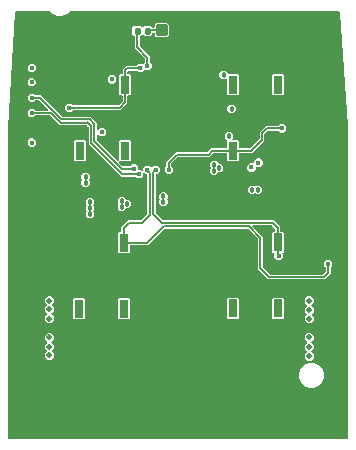
<source format=gbr>
G04 EAGLE Gerber RS-274X export*
G75*
%MOMM*%
%FSLAX34Y34*%
%LPD*%
%INBottom Copper*%
%IPPOS*%
%AMOC8*
5,1,8,0,0,1.08239X$1,22.5*%
G01*
%ADD10R,0.762000X1.524000*%
%ADD11C,0.270000*%
%ADD12C,0.300000*%
%ADD13C,0.457200*%
%ADD14C,0.453200*%
%ADD15C,0.450000*%
%ADD16C,0.503200*%
%ADD17C,0.152400*%

G36*
X290896Y4771D02*
X290896Y4771D01*
X290915Y4769D01*
X291017Y4791D01*
X291119Y4807D01*
X291136Y4817D01*
X291156Y4821D01*
X291245Y4874D01*
X291336Y4923D01*
X291350Y4937D01*
X291367Y4947D01*
X291434Y5026D01*
X291506Y5101D01*
X291514Y5119D01*
X291527Y5134D01*
X291566Y5230D01*
X291609Y5324D01*
X291611Y5344D01*
X291619Y5362D01*
X291637Y5529D01*
X291637Y269887D01*
X291634Y269908D01*
X291635Y269942D01*
X284730Y365636D01*
X284713Y365705D01*
X284706Y365776D01*
X284685Y365824D01*
X284672Y365875D01*
X284657Y365899D01*
X284651Y366221D01*
X284649Y366233D01*
X284651Y366246D01*
X284627Y366354D01*
X284607Y366463D01*
X284601Y366474D01*
X284598Y366486D01*
X284542Y366581D01*
X284488Y366678D01*
X284479Y366686D01*
X284472Y366697D01*
X284388Y366769D01*
X284307Y366844D01*
X284295Y366849D01*
X284285Y366857D01*
X284183Y366898D01*
X284082Y366943D01*
X284069Y366944D01*
X284057Y366949D01*
X283890Y366968D01*
X56155Y366968D01*
X56064Y366953D01*
X55974Y366946D01*
X55944Y366933D01*
X55912Y366928D01*
X55831Y366885D01*
X55747Y366849D01*
X55715Y366824D01*
X55694Y366813D01*
X55672Y366789D01*
X55616Y366745D01*
X53765Y364893D01*
X49869Y363279D01*
X45651Y363279D01*
X41755Y364893D01*
X39904Y366745D01*
X39830Y366798D01*
X39760Y366857D01*
X39730Y366869D01*
X39704Y366888D01*
X39617Y366915D01*
X39532Y366949D01*
X39491Y366954D01*
X39469Y366961D01*
X39437Y366960D01*
X39365Y366968D01*
X11022Y366968D01*
X10903Y366948D01*
X10785Y366930D01*
X10782Y366928D01*
X10779Y366928D01*
X10673Y366871D01*
X10567Y366816D01*
X10565Y366814D01*
X10562Y366813D01*
X10479Y366726D01*
X10396Y366639D01*
X10395Y366637D01*
X10392Y366634D01*
X10342Y366525D01*
X10291Y366417D01*
X10290Y366414D01*
X10289Y366411D01*
X10288Y366400D01*
X10262Y366252D01*
X4364Y267952D01*
X4366Y267934D01*
X4363Y267906D01*
X4363Y5529D01*
X4366Y5509D01*
X4364Y5490D01*
X4386Y5388D01*
X4402Y5286D01*
X4412Y5269D01*
X4416Y5249D01*
X4469Y5160D01*
X4518Y5069D01*
X4532Y5055D01*
X4542Y5038D01*
X4621Y4971D01*
X4696Y4899D01*
X4714Y4891D01*
X4729Y4878D01*
X4825Y4839D01*
X4919Y4796D01*
X4939Y4794D01*
X4957Y4786D01*
X5124Y4768D01*
X290876Y4768D01*
X290896Y4771D01*
G37*
%LPC*%
G36*
X224036Y140074D02*
X224036Y140074D01*
X222622Y141487D01*
X222622Y141488D01*
X215450Y148660D01*
X215450Y174228D01*
X215435Y174318D01*
X215428Y174409D01*
X215415Y174439D01*
X215410Y174471D01*
X215367Y174552D01*
X215331Y174635D01*
X215306Y174668D01*
X215295Y174688D01*
X215271Y174710D01*
X215227Y174766D01*
X207043Y182950D01*
X206969Y183003D01*
X206899Y183063D01*
X206869Y183075D01*
X206843Y183094D01*
X206756Y183121D01*
X206671Y183155D01*
X206630Y183159D01*
X206608Y183166D01*
X206576Y183165D01*
X206504Y183173D01*
X137016Y183173D01*
X136926Y183159D01*
X136835Y183151D01*
X136805Y183139D01*
X136773Y183134D01*
X136692Y183091D01*
X136608Y183055D01*
X136576Y183029D01*
X136555Y183018D01*
X136533Y182995D01*
X136477Y182950D01*
X122684Y169157D01*
X107884Y169157D01*
X107864Y169154D01*
X107845Y169156D01*
X107743Y169134D01*
X107641Y169118D01*
X107624Y169108D01*
X107604Y169104D01*
X107515Y169051D01*
X107424Y169002D01*
X107410Y168988D01*
X107393Y168978D01*
X107326Y168899D01*
X107254Y168824D01*
X107246Y168806D01*
X107233Y168791D01*
X107194Y168695D01*
X107151Y168601D01*
X107149Y168581D01*
X107141Y168563D01*
X107123Y168396D01*
X107123Y163044D01*
X106378Y162299D01*
X97706Y162299D01*
X96961Y163044D01*
X96961Y179336D01*
X97706Y180081D01*
X99248Y180081D01*
X99268Y180084D01*
X99287Y180082D01*
X99389Y180104D01*
X99491Y180120D01*
X99508Y180130D01*
X99528Y180134D01*
X99617Y180187D01*
X99708Y180236D01*
X99722Y180250D01*
X99739Y180260D01*
X99806Y180339D01*
X99878Y180414D01*
X99886Y180432D01*
X99899Y180447D01*
X99938Y180543D01*
X99981Y180637D01*
X99983Y180657D01*
X99991Y180675D01*
X100009Y180842D01*
X100009Y184884D01*
X105158Y190033D01*
X115843Y190033D01*
X115933Y190047D01*
X116024Y190055D01*
X116053Y190067D01*
X116085Y190072D01*
X116166Y190115D01*
X116250Y190151D01*
X116282Y190177D01*
X116303Y190188D01*
X116325Y190211D01*
X116381Y190256D01*
X121744Y195619D01*
X121797Y195693D01*
X121857Y195762D01*
X121869Y195793D01*
X121888Y195819D01*
X121915Y195906D01*
X121949Y195991D01*
X121953Y196032D01*
X121960Y196054D01*
X121959Y196086D01*
X121967Y196157D01*
X121967Y228718D01*
X121964Y228738D01*
X121966Y228757D01*
X121944Y228859D01*
X121928Y228961D01*
X121918Y228978D01*
X121914Y228998D01*
X121861Y229087D01*
X121812Y229178D01*
X121798Y229192D01*
X121788Y229209D01*
X121709Y229276D01*
X121634Y229348D01*
X121616Y229356D01*
X121601Y229369D01*
X121505Y229408D01*
X121411Y229451D01*
X121391Y229453D01*
X121373Y229461D01*
X121206Y229479D01*
X120542Y229479D01*
X119501Y230520D01*
X119443Y230562D01*
X119391Y230611D01*
X119343Y230633D01*
X119301Y230664D01*
X119233Y230685D01*
X119167Y230715D01*
X119116Y230721D01*
X119066Y230736D01*
X118994Y230734D01*
X118923Y230742D01*
X118872Y230731D01*
X118820Y230730D01*
X118753Y230705D01*
X118683Y230690D01*
X118638Y230663D01*
X118589Y230645D01*
X118533Y230600D01*
X118472Y230564D01*
X118438Y230524D01*
X118397Y230492D01*
X118358Y230431D01*
X118312Y230377D01*
X118292Y230328D01*
X118264Y230285D01*
X118246Y230215D01*
X118220Y230149D01*
X118212Y230077D01*
X118204Y230046D01*
X118206Y230023D01*
X118201Y229982D01*
X118201Y227778D01*
X116139Y225716D01*
X113222Y225716D01*
X111987Y226950D01*
X111913Y227003D01*
X111844Y227063D01*
X111814Y227075D01*
X111788Y227094D01*
X111701Y227121D01*
X111616Y227155D01*
X111575Y227159D01*
X111553Y227166D01*
X111520Y227165D01*
X111449Y227173D01*
X100001Y227173D01*
X72173Y255001D01*
X72173Y268843D01*
X72159Y268933D01*
X72151Y269024D01*
X72139Y269053D01*
X72134Y269085D01*
X72091Y269166D01*
X72055Y269250D01*
X72029Y269282D01*
X72018Y269303D01*
X71995Y269325D01*
X71950Y269381D01*
X70984Y270347D01*
X70910Y270400D01*
X70841Y270460D01*
X70810Y270472D01*
X70784Y270491D01*
X70697Y270518D01*
X70612Y270552D01*
X70571Y270556D01*
X70549Y270563D01*
X70517Y270562D01*
X70446Y270570D01*
X47604Y270570D01*
X39405Y278769D01*
X39331Y278822D01*
X39262Y278881D01*
X39232Y278893D01*
X39206Y278912D01*
X39119Y278939D01*
X39034Y278973D01*
X38993Y278978D01*
X38970Y278985D01*
X38938Y278984D01*
X38867Y278992D01*
X27286Y278992D01*
X27196Y278977D01*
X27105Y278970D01*
X27075Y278957D01*
X27043Y278952D01*
X26963Y278909D01*
X26879Y278873D01*
X26846Y278848D01*
X26826Y278837D01*
X26804Y278813D01*
X26748Y278769D01*
X25458Y277479D01*
X22542Y277479D01*
X20479Y279542D01*
X20479Y282458D01*
X22542Y284521D01*
X25458Y284521D01*
X26699Y283280D01*
X26773Y283227D01*
X26842Y283167D01*
X26873Y283155D01*
X26899Y283136D01*
X26986Y283110D01*
X27071Y283076D01*
X27112Y283071D01*
X27134Y283064D01*
X27166Y283065D01*
X27237Y283057D01*
X37230Y283057D01*
X37301Y283069D01*
X37373Y283070D01*
X37422Y283088D01*
X37473Y283097D01*
X37537Y283130D01*
X37604Y283155D01*
X37645Y283187D01*
X37691Y283212D01*
X37740Y283264D01*
X37796Y283309D01*
X37824Y283352D01*
X37860Y283390D01*
X37890Y283455D01*
X37929Y283516D01*
X37942Y283566D01*
X37964Y283613D01*
X37971Y283685D01*
X37989Y283754D01*
X37985Y283806D01*
X37991Y283858D01*
X37975Y283928D01*
X37970Y283999D01*
X37949Y284047D01*
X37938Y284098D01*
X37902Y284160D01*
X37874Y284226D01*
X37829Y284282D01*
X37812Y284309D01*
X37794Y284324D01*
X37769Y284357D01*
X30381Y291744D01*
X30307Y291797D01*
X30238Y291857D01*
X30207Y291869D01*
X30181Y291888D01*
X30094Y291915D01*
X30009Y291949D01*
X29968Y291953D01*
X29946Y291960D01*
X29914Y291959D01*
X29843Y291967D01*
X27262Y291967D01*
X27172Y291953D01*
X27081Y291945D01*
X27051Y291933D01*
X27019Y291928D01*
X26938Y291885D01*
X26854Y291849D01*
X26822Y291823D01*
X26802Y291812D01*
X26779Y291789D01*
X26723Y291744D01*
X25458Y290479D01*
X22542Y290479D01*
X20479Y292542D01*
X20479Y295458D01*
X22542Y297521D01*
X25458Y297521D01*
X26723Y296256D01*
X26797Y296203D01*
X26867Y296143D01*
X26897Y296131D01*
X26923Y296112D01*
X27010Y296085D01*
X27095Y296051D01*
X27136Y296047D01*
X27158Y296040D01*
X27190Y296041D01*
X27262Y296033D01*
X31842Y296033D01*
X49619Y278256D01*
X49693Y278203D01*
X49762Y278143D01*
X49793Y278131D01*
X49819Y278112D01*
X49906Y278085D01*
X49991Y278051D01*
X50032Y278047D01*
X50054Y278040D01*
X50086Y278041D01*
X50157Y278033D01*
X73842Y278033D01*
X79033Y272842D01*
X79033Y267308D01*
X79044Y267237D01*
X79046Y267165D01*
X79064Y267116D01*
X79072Y267065D01*
X79106Y267002D01*
X79131Y266934D01*
X79163Y266894D01*
X79188Y266848D01*
X79240Y266798D01*
X79284Y266742D01*
X79328Y266714D01*
X79366Y266678D01*
X79431Y266648D01*
X79491Y266609D01*
X79542Y266597D01*
X79589Y266575D01*
X79660Y266567D01*
X79730Y266549D01*
X79782Y266553D01*
X79833Y266548D01*
X79904Y266563D01*
X79975Y266568D01*
X80023Y266589D01*
X80074Y266600D01*
X80135Y266637D01*
X80201Y266665D01*
X80257Y266710D01*
X80285Y266726D01*
X80300Y266744D01*
X80332Y266770D01*
X81984Y268421D01*
X84914Y268421D01*
X86985Y266349D01*
X86985Y263419D01*
X84914Y261348D01*
X81984Y261348D01*
X80332Y262999D01*
X80274Y263041D01*
X80222Y263090D01*
X80175Y263112D01*
X80133Y263142D01*
X80064Y263164D01*
X79999Y263194D01*
X79947Y263200D01*
X79897Y263215D01*
X79826Y263213D01*
X79755Y263221D01*
X79704Y263210D01*
X79652Y263208D01*
X79584Y263184D01*
X79514Y263169D01*
X79469Y263142D01*
X79421Y263124D01*
X79365Y263079D01*
X79303Y263042D01*
X79269Y263003D01*
X79229Y262970D01*
X79190Y262910D01*
X79143Y262856D01*
X79124Y262807D01*
X79096Y262763D01*
X79078Y262694D01*
X79051Y262627D01*
X79043Y262556D01*
X79035Y262525D01*
X79037Y262502D01*
X79033Y262461D01*
X79033Y258157D01*
X79047Y258067D01*
X79055Y257976D01*
X79067Y257947D01*
X79072Y257915D01*
X79115Y257834D01*
X79151Y257750D01*
X79177Y257718D01*
X79188Y257697D01*
X79211Y257675D01*
X79256Y257619D01*
X96662Y240213D01*
X96720Y240171D01*
X96772Y240122D01*
X96792Y240113D01*
X96801Y240104D01*
X96828Y240094D01*
X96861Y240069D01*
X96930Y240048D01*
X96995Y240018D01*
X97023Y240015D01*
X97029Y240012D01*
X97056Y240009D01*
X97097Y239997D01*
X97155Y239999D01*
X97196Y239994D01*
X97200Y239994D01*
X97205Y239995D01*
X97239Y239991D01*
X97290Y240002D01*
X97342Y240003D01*
X97410Y240028D01*
X97415Y240029D01*
X97443Y240034D01*
X97448Y240036D01*
X97480Y240043D01*
X97525Y240070D01*
X97573Y240088D01*
X97629Y240132D01*
X97660Y240149D01*
X97665Y240154D01*
X97691Y240169D01*
X97725Y240209D01*
X97765Y240242D01*
X97802Y240298D01*
X97830Y240327D01*
X97834Y240337D01*
X97851Y240356D01*
X97870Y240405D01*
X97898Y240449D01*
X97913Y240508D01*
X97933Y240550D01*
X97935Y240565D01*
X97943Y240585D01*
X97951Y240656D01*
X97959Y240687D01*
X97957Y240710D01*
X97961Y240751D01*
X97961Y257205D01*
X98706Y257950D01*
X107378Y257950D01*
X108123Y257205D01*
X108123Y240913D01*
X107378Y240168D01*
X98544Y240168D01*
X98474Y240157D01*
X98402Y240155D01*
X98353Y240137D01*
X98302Y240129D01*
X98238Y240095D01*
X98171Y240070D01*
X98130Y240038D01*
X98084Y240013D01*
X98035Y239961D01*
X97979Y239917D01*
X97951Y239873D01*
X97915Y239835D01*
X97885Y239770D01*
X97846Y239710D01*
X97833Y239659D01*
X97811Y239612D01*
X97803Y239541D01*
X97786Y239471D01*
X97790Y239419D01*
X97784Y239368D01*
X97799Y239297D01*
X97805Y239226D01*
X97825Y239178D01*
X97836Y239127D01*
X97873Y239066D01*
X97901Y239000D01*
X97946Y238944D01*
X97962Y238916D01*
X97980Y238901D01*
X98006Y238869D01*
X100702Y236173D01*
X100776Y236119D01*
X100846Y236060D01*
X100876Y236048D01*
X100902Y236029D01*
X100989Y236002D01*
X101074Y235968D01*
X101115Y235964D01*
X101137Y235957D01*
X101169Y235957D01*
X101240Y235950D01*
X107258Y235950D01*
X107348Y235964D01*
X107439Y235971D01*
X107468Y235984D01*
X107500Y235989D01*
X107581Y236032D01*
X107665Y236068D01*
X107697Y236093D01*
X107718Y236104D01*
X107740Y236128D01*
X107796Y236173D01*
X109061Y237438D01*
X111978Y237438D01*
X114040Y235375D01*
X114040Y233518D01*
X114043Y233499D01*
X114041Y233479D01*
X114063Y233378D01*
X114080Y233276D01*
X114089Y233258D01*
X114093Y233238D01*
X114146Y233149D01*
X114195Y233058D01*
X114209Y233044D01*
X114219Y233027D01*
X114298Y232960D01*
X114373Y232889D01*
X114391Y232880D01*
X114406Y232867D01*
X114503Y232829D01*
X114596Y232785D01*
X114616Y232783D01*
X114634Y232776D01*
X114801Y232757D01*
X116139Y232757D01*
X117180Y231716D01*
X117238Y231674D01*
X117290Y231625D01*
X117337Y231603D01*
X117379Y231573D01*
X117448Y231551D01*
X117513Y231521D01*
X117565Y231516D01*
X117615Y231500D01*
X117686Y231502D01*
X117757Y231494D01*
X117808Y231505D01*
X117860Y231507D01*
X117928Y231531D01*
X117998Y231546D01*
X118043Y231573D01*
X118091Y231591D01*
X118147Y231636D01*
X118209Y231673D01*
X118243Y231712D01*
X118283Y231745D01*
X118322Y231805D01*
X118369Y231860D01*
X118388Y231908D01*
X118416Y231952D01*
X118434Y232021D01*
X118461Y232088D01*
X118469Y232159D01*
X118477Y232190D01*
X118475Y232213D01*
X118479Y232254D01*
X118479Y234458D01*
X120542Y236521D01*
X123458Y236521D01*
X124962Y235017D01*
X124978Y235006D01*
X124990Y234990D01*
X125078Y234934D01*
X125161Y234874D01*
X125180Y234868D01*
X125197Y234857D01*
X125298Y234832D01*
X125397Y234801D01*
X125416Y234802D01*
X125436Y234797D01*
X125539Y234805D01*
X125642Y234808D01*
X125661Y234815D01*
X125681Y234816D01*
X125776Y234857D01*
X125873Y234892D01*
X125889Y234905D01*
X125907Y234913D01*
X126038Y235017D01*
X127542Y236521D01*
X130458Y236521D01*
X132521Y234458D01*
X132521Y231542D01*
X130458Y229479D01*
X129794Y229479D01*
X129774Y229476D01*
X129755Y229478D01*
X129653Y229456D01*
X129551Y229440D01*
X129534Y229430D01*
X129514Y229426D01*
X129425Y229373D01*
X129334Y229324D01*
X129320Y229310D01*
X129303Y229300D01*
X129236Y229221D01*
X129164Y229146D01*
X129156Y229128D01*
X129143Y229113D01*
X129104Y229017D01*
X129061Y228923D01*
X129059Y228903D01*
X129051Y228885D01*
X129033Y228718D01*
X129033Y196527D01*
X129047Y196437D01*
X129055Y196346D01*
X129067Y196317D01*
X129072Y196285D01*
X129115Y196204D01*
X129151Y196120D01*
X129177Y196088D01*
X129188Y196067D01*
X129211Y196045D01*
X129256Y195989D01*
X134989Y190256D01*
X135063Y190203D01*
X135132Y190143D01*
X135163Y190131D01*
X135189Y190112D01*
X135276Y190085D01*
X135361Y190051D01*
X135402Y190047D01*
X135424Y190040D01*
X135456Y190041D01*
X135527Y190033D01*
X228842Y190033D01*
X234329Y184546D01*
X234329Y181170D01*
X234332Y181150D01*
X234330Y181131D01*
X234352Y181029D01*
X234368Y180927D01*
X234378Y180910D01*
X234382Y180890D01*
X234435Y180801D01*
X234484Y180710D01*
X234498Y180696D01*
X234508Y180679D01*
X234587Y180612D01*
X234662Y180540D01*
X234680Y180532D01*
X234695Y180519D01*
X234791Y180480D01*
X234885Y180437D01*
X234905Y180435D01*
X234923Y180427D01*
X235090Y180409D01*
X236632Y180409D01*
X237377Y179664D01*
X237377Y163372D01*
X236530Y162525D01*
X236519Y162509D01*
X236503Y162497D01*
X236447Y162409D01*
X236387Y162326D01*
X236381Y162307D01*
X236370Y162290D01*
X236345Y162189D01*
X236314Y162090D01*
X236315Y162071D01*
X236310Y162051D01*
X236318Y161948D01*
X236321Y161845D01*
X236328Y161826D01*
X236329Y161806D01*
X236370Y161711D01*
X236405Y161614D01*
X236418Y161598D01*
X236426Y161580D01*
X236521Y161461D01*
X236521Y158542D01*
X234458Y156479D01*
X231542Y156479D01*
X229479Y158542D01*
X229479Y161509D01*
X229492Y161527D01*
X229513Y161596D01*
X229544Y161661D01*
X229549Y161713D01*
X229565Y161762D01*
X229563Y161834D01*
X229571Y161905D01*
X229560Y161956D01*
X229558Y162008D01*
X229534Y162076D01*
X229518Y162146D01*
X229492Y162190D01*
X229474Y162239D01*
X229429Y162295D01*
X229392Y162357D01*
X229353Y162391D01*
X229320Y162431D01*
X229260Y162470D01*
X229205Y162517D01*
X229157Y162536D01*
X229113Y162564D01*
X229044Y162582D01*
X228977Y162609D01*
X228906Y162617D01*
X228875Y162625D01*
X228851Y162623D01*
X228810Y162627D01*
X227960Y162627D01*
X227215Y163372D01*
X227215Y179664D01*
X227960Y180409D01*
X229502Y180409D01*
X229522Y180412D01*
X229541Y180410D01*
X229643Y180432D01*
X229745Y180448D01*
X229762Y180458D01*
X229782Y180462D01*
X229871Y180515D01*
X229962Y180564D01*
X229976Y180578D01*
X229993Y180588D01*
X230060Y180667D01*
X230132Y180742D01*
X230140Y180760D01*
X230153Y180775D01*
X230192Y180871D01*
X230235Y180965D01*
X230237Y180985D01*
X230245Y181003D01*
X230263Y181170D01*
X230263Y182547D01*
X230249Y182637D01*
X230241Y182728D01*
X230229Y182757D01*
X230224Y182789D01*
X230181Y182870D01*
X230145Y182954D01*
X230119Y182986D01*
X230108Y183007D01*
X230085Y183029D01*
X230040Y183085D01*
X227381Y185744D01*
X227307Y185797D01*
X227238Y185857D01*
X227207Y185869D01*
X227181Y185888D01*
X227094Y185915D01*
X227009Y185949D01*
X226968Y185953D01*
X226946Y185960D01*
X226914Y185959D01*
X226843Y185967D01*
X211613Y185967D01*
X211542Y185956D01*
X211471Y185954D01*
X211422Y185936D01*
X211370Y185928D01*
X211307Y185894D01*
X211240Y185869D01*
X211199Y185837D01*
X211153Y185812D01*
X211104Y185760D01*
X211048Y185716D01*
X211019Y185672D01*
X210984Y185634D01*
X210953Y185569D01*
X210915Y185509D01*
X210902Y185458D01*
X210880Y185411D01*
X210872Y185340D01*
X210854Y185270D01*
X210859Y185218D01*
X210853Y185167D01*
X210868Y185096D01*
X210874Y185025D01*
X210894Y184977D01*
X210905Y184926D01*
X210942Y184865D01*
X210970Y184799D01*
X211015Y184743D01*
X211031Y184715D01*
X211049Y184700D01*
X211050Y184699D01*
X211053Y184693D01*
X211057Y184690D01*
X211075Y184668D01*
X219515Y176227D01*
X219515Y150659D01*
X219530Y150569D01*
X219537Y150478D01*
X219550Y150449D01*
X219555Y150417D01*
X219597Y150336D01*
X219633Y150252D01*
X219659Y150220D01*
X219670Y150199D01*
X219693Y150177D01*
X219738Y150121D01*
X225497Y144362D01*
X225571Y144309D01*
X225640Y144250D01*
X225670Y144238D01*
X225697Y144219D01*
X225784Y144192D01*
X225868Y144158D01*
X225909Y144153D01*
X225932Y144146D01*
X225964Y144147D01*
X226035Y144139D01*
X270254Y144139D01*
X270344Y144154D01*
X270435Y144161D01*
X270465Y144174D01*
X270497Y144179D01*
X270578Y144222D01*
X270662Y144257D01*
X270694Y144283D01*
X270714Y144294D01*
X270737Y144318D01*
X270793Y144362D01*
X272744Y146314D01*
X272797Y146388D01*
X272857Y146457D01*
X272869Y146488D01*
X272888Y146514D01*
X272915Y146601D01*
X272949Y146686D01*
X272953Y146727D01*
X272960Y146749D01*
X272959Y146781D01*
X272967Y146852D01*
X272967Y149738D01*
X272953Y149828D01*
X272945Y149919D01*
X272933Y149949D01*
X272928Y149981D01*
X272885Y150062D01*
X272849Y150146D01*
X272823Y150178D01*
X272812Y150198D01*
X272789Y150221D01*
X272744Y150277D01*
X271479Y151542D01*
X271479Y154458D01*
X273542Y156521D01*
X276458Y156521D01*
X278521Y154458D01*
X278521Y151542D01*
X277256Y150277D01*
X277203Y150203D01*
X277143Y150133D01*
X277131Y150103D01*
X277112Y150077D01*
X277085Y149990D01*
X277051Y149905D01*
X277047Y149864D01*
X277040Y149842D01*
X277041Y149810D01*
X277033Y149738D01*
X277033Y144853D01*
X272254Y140074D01*
X224036Y140074D01*
G37*
%LPD*%
%LPC*%
G36*
X54546Y281972D02*
X54546Y281972D01*
X52484Y284034D01*
X52484Y286951D01*
X54546Y289013D01*
X57463Y289013D01*
X58728Y287748D01*
X58802Y287695D01*
X58872Y287635D01*
X58902Y287623D01*
X58928Y287605D01*
X59015Y287578D01*
X59100Y287544D01*
X59141Y287539D01*
X59163Y287532D01*
X59195Y287533D01*
X59266Y287525D01*
X97335Y287525D01*
X97425Y287540D01*
X97516Y287547D01*
X97546Y287560D01*
X97578Y287565D01*
X97658Y287608D01*
X97742Y287643D01*
X97774Y287669D01*
X97795Y287680D01*
X97817Y287703D01*
X97873Y287748D01*
X100786Y290661D01*
X100839Y290735D01*
X100899Y290804D01*
X100911Y290835D01*
X100930Y290861D01*
X100957Y290948D01*
X100991Y291033D01*
X100995Y291074D01*
X101002Y291096D01*
X101001Y291128D01*
X101009Y291199D01*
X101009Y295287D01*
X101006Y295307D01*
X101008Y295326D01*
X100986Y295428D01*
X100970Y295530D01*
X100960Y295547D01*
X100956Y295567D01*
X100903Y295656D01*
X100854Y295747D01*
X100840Y295761D01*
X100830Y295778D01*
X100751Y295845D01*
X100676Y295917D01*
X100658Y295925D01*
X100643Y295938D01*
X100547Y295977D01*
X100453Y296020D01*
X100433Y296022D01*
X100415Y296030D01*
X100248Y296048D01*
X98706Y296048D01*
X97961Y296793D01*
X97961Y313085D01*
X98706Y313830D01*
X100248Y313830D01*
X100268Y313833D01*
X100287Y313831D01*
X100389Y313853D01*
X100491Y313869D01*
X100508Y313879D01*
X100528Y313883D01*
X100617Y313936D01*
X100708Y313985D01*
X100722Y313999D01*
X100739Y314009D01*
X100806Y314088D01*
X100878Y314163D01*
X100886Y314181D01*
X100899Y314196D01*
X100938Y314292D01*
X100981Y314386D01*
X100983Y314406D01*
X100991Y314424D01*
X101009Y314591D01*
X101009Y317884D01*
X104158Y321033D01*
X112738Y321033D01*
X112828Y321047D01*
X112919Y321055D01*
X112949Y321067D01*
X112981Y321072D01*
X113062Y321115D01*
X113146Y321151D01*
X113178Y321177D01*
X113198Y321188D01*
X113221Y321211D01*
X113277Y321256D01*
X114542Y322521D01*
X117458Y322521D01*
X117462Y322517D01*
X117478Y322506D01*
X117490Y322490D01*
X117578Y322434D01*
X117661Y322374D01*
X117680Y322368D01*
X117697Y322357D01*
X117798Y322332D01*
X117897Y322301D01*
X117916Y322302D01*
X117936Y322297D01*
X118039Y322305D01*
X118142Y322308D01*
X118161Y322315D01*
X118181Y322316D01*
X118276Y322357D01*
X118373Y322392D01*
X118389Y322405D01*
X118407Y322413D01*
X118538Y322517D01*
X119744Y323723D01*
X119797Y323797D01*
X119857Y323867D01*
X119869Y323897D01*
X119888Y323923D01*
X119915Y324010D01*
X119949Y324095D01*
X119953Y324136D01*
X119960Y324158D01*
X119959Y324190D01*
X119967Y324262D01*
X119967Y326843D01*
X119953Y326933D01*
X119945Y327024D01*
X119933Y327053D01*
X119928Y327085D01*
X119885Y327166D01*
X119849Y327250D01*
X119823Y327282D01*
X119812Y327303D01*
X119789Y327325D01*
X119744Y327381D01*
X111235Y335890D01*
X111235Y345759D01*
X111221Y345849D01*
X111213Y345940D01*
X111201Y345970D01*
X111196Y346002D01*
X111153Y346083D01*
X111117Y346167D01*
X111091Y346199D01*
X111080Y346219D01*
X111057Y346241D01*
X111012Y346297D01*
X109297Y348012D01*
X109297Y353484D01*
X110832Y355019D01*
X115704Y355019D01*
X117050Y353673D01*
X117066Y353661D01*
X117078Y353645D01*
X117166Y353589D01*
X117249Y353529D01*
X117268Y353523D01*
X117285Y353512D01*
X117386Y353487D01*
X117485Y353457D01*
X117504Y353457D01*
X117524Y353452D01*
X117627Y353460D01*
X117730Y353463D01*
X117749Y353470D01*
X117769Y353471D01*
X117864Y353512D01*
X117961Y353547D01*
X117977Y353560D01*
X117995Y353568D01*
X118126Y353673D01*
X119472Y355019D01*
X124344Y355019D01*
X125851Y353512D01*
X125925Y353459D01*
X125994Y353399D01*
X126024Y353387D01*
X126050Y353368D01*
X126137Y353341D01*
X126222Y353307D01*
X126263Y353303D01*
X126285Y353296D01*
X126318Y353297D01*
X126389Y353289D01*
X127294Y353289D01*
X127314Y353292D01*
X127333Y353290D01*
X127435Y353312D01*
X127537Y353328D01*
X127554Y353338D01*
X127574Y353342D01*
X127663Y353395D01*
X127754Y353444D01*
X127768Y353458D01*
X127785Y353468D01*
X127852Y353547D01*
X127924Y353622D01*
X127932Y353640D01*
X127945Y353655D01*
X127984Y353751D01*
X128027Y353845D01*
X128029Y353865D01*
X128037Y353883D01*
X128055Y354050D01*
X128055Y355904D01*
X129678Y357527D01*
X138974Y357527D01*
X140597Y355904D01*
X140597Y346608D01*
X138974Y344985D01*
X129678Y344985D01*
X128055Y346608D01*
X128055Y348462D01*
X128052Y348482D01*
X128054Y348501D01*
X128032Y348603D01*
X128016Y348705D01*
X128006Y348722D01*
X128002Y348742D01*
X127949Y348831D01*
X127900Y348922D01*
X127886Y348936D01*
X127876Y348953D01*
X127797Y349020D01*
X127722Y349092D01*
X127704Y349100D01*
X127689Y349113D01*
X127593Y349152D01*
X127499Y349195D01*
X127479Y349197D01*
X127461Y349205D01*
X127294Y349223D01*
X126640Y349223D01*
X126620Y349220D01*
X126601Y349222D01*
X126499Y349200D01*
X126397Y349184D01*
X126380Y349174D01*
X126360Y349170D01*
X126271Y349117D01*
X126180Y349068D01*
X126166Y349054D01*
X126149Y349044D01*
X126082Y348965D01*
X126010Y348890D01*
X126002Y348872D01*
X125989Y348857D01*
X125950Y348761D01*
X125907Y348667D01*
X125905Y348647D01*
X125897Y348629D01*
X125879Y348462D01*
X125879Y348012D01*
X124344Y346477D01*
X119472Y346477D01*
X118126Y347823D01*
X118110Y347835D01*
X118098Y347851D01*
X118010Y347907D01*
X117927Y347967D01*
X117908Y347973D01*
X117891Y347984D01*
X117790Y348009D01*
X117691Y348039D01*
X117672Y348039D01*
X117652Y348044D01*
X117549Y348036D01*
X117446Y348033D01*
X117427Y348026D01*
X117407Y348025D01*
X117312Y347984D01*
X117215Y347949D01*
X117199Y347936D01*
X117181Y347928D01*
X117050Y347823D01*
X115524Y346297D01*
X115471Y346223D01*
X115411Y346154D01*
X115399Y346124D01*
X115380Y346098D01*
X115353Y346011D01*
X115319Y345926D01*
X115315Y345885D01*
X115308Y345863D01*
X115309Y345830D01*
X115301Y345759D01*
X115301Y337889D01*
X115315Y337799D01*
X115323Y337708D01*
X115335Y337679D01*
X115340Y337647D01*
X115383Y337566D01*
X115419Y337482D01*
X115445Y337450D01*
X115456Y337429D01*
X115479Y337407D01*
X115524Y337351D01*
X124033Y328842D01*
X124033Y324262D01*
X124047Y324172D01*
X124055Y324081D01*
X124067Y324051D01*
X124072Y324019D01*
X124115Y323938D01*
X124151Y323854D01*
X124177Y323822D01*
X124188Y323802D01*
X124211Y323779D01*
X124256Y323723D01*
X125521Y322458D01*
X125521Y319542D01*
X123458Y317479D01*
X120542Y317479D01*
X120538Y317483D01*
X120522Y317494D01*
X120510Y317510D01*
X120423Y317566D01*
X120339Y317626D01*
X120320Y317632D01*
X120303Y317643D01*
X120202Y317668D01*
X120104Y317699D01*
X120084Y317698D01*
X120064Y317703D01*
X119961Y317695D01*
X119858Y317692D01*
X119839Y317685D01*
X119819Y317684D01*
X119724Y317643D01*
X119627Y317608D01*
X119611Y317595D01*
X119593Y317587D01*
X119462Y317483D01*
X117458Y315479D01*
X114542Y315479D01*
X113277Y316744D01*
X113203Y316797D01*
X113133Y316857D01*
X113103Y316869D01*
X113077Y316888D01*
X112990Y316915D01*
X112905Y316949D01*
X112864Y316953D01*
X112842Y316960D01*
X112810Y316959D01*
X112738Y316967D01*
X106157Y316967D01*
X106067Y316953D01*
X105976Y316945D01*
X105947Y316933D01*
X105915Y316928D01*
X105834Y316885D01*
X105750Y316849D01*
X105718Y316823D01*
X105697Y316812D01*
X105675Y316789D01*
X105619Y316744D01*
X105298Y316423D01*
X105245Y316349D01*
X105185Y316280D01*
X105173Y316249D01*
X105154Y316223D01*
X105127Y316136D01*
X105093Y316051D01*
X105089Y316010D01*
X105082Y315988D01*
X105083Y315956D01*
X105075Y315885D01*
X105075Y314591D01*
X105078Y314574D01*
X105076Y314557D01*
X105076Y314555D01*
X105076Y314552D01*
X105098Y314450D01*
X105114Y314348D01*
X105124Y314331D01*
X105128Y314311D01*
X105181Y314222D01*
X105230Y314131D01*
X105244Y314117D01*
X105254Y314100D01*
X105333Y314033D01*
X105408Y313961D01*
X105426Y313953D01*
X105441Y313940D01*
X105537Y313901D01*
X105631Y313858D01*
X105651Y313856D01*
X105669Y313848D01*
X105836Y313830D01*
X107378Y313830D01*
X108123Y313085D01*
X108123Y296793D01*
X107378Y296048D01*
X105836Y296048D01*
X105816Y296045D01*
X105797Y296047D01*
X105695Y296025D01*
X105593Y296009D01*
X105576Y295999D01*
X105556Y295995D01*
X105467Y295942D01*
X105376Y295893D01*
X105362Y295879D01*
X105345Y295869D01*
X105278Y295790D01*
X105206Y295715D01*
X105198Y295697D01*
X105185Y295682D01*
X105146Y295586D01*
X105103Y295492D01*
X105101Y295472D01*
X105093Y295454D01*
X105075Y295287D01*
X105075Y289200D01*
X99334Y283460D01*
X59266Y283460D01*
X59176Y283445D01*
X59085Y283438D01*
X59056Y283425D01*
X59024Y283420D01*
X58943Y283377D01*
X58859Y283341D01*
X58827Y283316D01*
X58806Y283305D01*
X58784Y283281D01*
X58728Y283237D01*
X57463Y281972D01*
X54546Y281972D01*
G37*
%LPD*%
%LPC*%
G36*
X138542Y229479D02*
X138542Y229479D01*
X136479Y231542D01*
X136479Y234458D01*
X137744Y235723D01*
X137797Y235797D01*
X137857Y235867D01*
X137869Y235897D01*
X137888Y235923D01*
X137915Y236010D01*
X137949Y236095D01*
X137953Y236136D01*
X137960Y236158D01*
X137959Y236190D01*
X137967Y236262D01*
X137967Y239842D01*
X145952Y247827D01*
X172637Y247827D01*
X172727Y247841D01*
X172818Y247849D01*
X172847Y247861D01*
X172879Y247866D01*
X172960Y247909D01*
X173044Y247945D01*
X173076Y247971D01*
X173097Y247982D01*
X173119Y248005D01*
X173175Y248050D01*
X176158Y251033D01*
X188474Y251033D01*
X188494Y251036D01*
X188513Y251034D01*
X188615Y251056D01*
X188717Y251072D01*
X188734Y251082D01*
X188754Y251086D01*
X188843Y251139D01*
X188934Y251188D01*
X188948Y251202D01*
X188965Y251212D01*
X189032Y251291D01*
X189104Y251366D01*
X189112Y251384D01*
X189125Y251399D01*
X189164Y251495D01*
X189207Y251589D01*
X189209Y251609D01*
X189217Y251627D01*
X189235Y251794D01*
X189235Y257465D01*
X189236Y257469D01*
X189235Y257485D01*
X189235Y257530D01*
X189234Y257538D01*
X189234Y257542D01*
X189230Y257561D01*
X189229Y257571D01*
X189226Y257673D01*
X189219Y257693D01*
X189217Y257715D01*
X189197Y257762D01*
X189196Y257772D01*
X189181Y257800D01*
X189177Y257808D01*
X189143Y257904D01*
X189129Y257921D01*
X189121Y257941D01*
X189016Y258072D01*
X187430Y259658D01*
X187430Y262604D01*
X189514Y264688D01*
X192460Y264688D01*
X194544Y262604D01*
X194544Y259658D01*
X194144Y259258D01*
X194102Y259200D01*
X194053Y259148D01*
X194031Y259101D01*
X194001Y259059D01*
X193980Y258990D01*
X193949Y258925D01*
X193944Y258873D01*
X193928Y258823D01*
X193930Y258752D01*
X193922Y258681D01*
X193933Y258630D01*
X193935Y258578D01*
X193959Y258510D01*
X193975Y258440D01*
X194001Y258395D01*
X194019Y258347D01*
X194064Y258291D01*
X194101Y258229D01*
X194140Y258195D01*
X194173Y258155D01*
X194233Y258116D01*
X194288Y258069D01*
X194336Y258050D01*
X194380Y258022D01*
X194449Y258004D01*
X194516Y257977D01*
X194587Y257969D01*
X194618Y257961D01*
X194642Y257963D01*
X194683Y257959D01*
X198652Y257959D01*
X199397Y257214D01*
X199397Y251862D01*
X199400Y251842D01*
X199398Y251823D01*
X199420Y251721D01*
X199436Y251619D01*
X199446Y251602D01*
X199450Y251582D01*
X199503Y251493D01*
X199552Y251402D01*
X199566Y251388D01*
X199576Y251371D01*
X199655Y251304D01*
X199730Y251232D01*
X199748Y251224D01*
X199763Y251211D01*
X199859Y251172D01*
X199953Y251129D01*
X199973Y251127D01*
X199991Y251119D01*
X200158Y251101D01*
X208911Y251101D01*
X209001Y251115D01*
X209092Y251123D01*
X209121Y251135D01*
X209153Y251140D01*
X209234Y251183D01*
X209318Y251219D01*
X209350Y251245D01*
X209371Y251256D01*
X209393Y251279D01*
X209449Y251324D01*
X216744Y258619D01*
X216797Y258693D01*
X216857Y258762D01*
X216869Y258793D01*
X216888Y258819D01*
X216915Y258906D01*
X216949Y258991D01*
X216953Y259032D01*
X216960Y259054D01*
X216959Y259086D01*
X216967Y259157D01*
X216967Y264842D01*
X222158Y270033D01*
X232738Y270033D01*
X232828Y270047D01*
X232919Y270055D01*
X232949Y270067D01*
X232981Y270072D01*
X233062Y270115D01*
X233146Y270151D01*
X233178Y270177D01*
X233198Y270188D01*
X233221Y270211D01*
X233277Y270256D01*
X234542Y271521D01*
X237458Y271521D01*
X239521Y269458D01*
X239521Y266542D01*
X237458Y264479D01*
X234542Y264479D01*
X233277Y265744D01*
X233203Y265797D01*
X233133Y265857D01*
X233103Y265869D01*
X233077Y265888D01*
X232990Y265915D01*
X232905Y265949D01*
X232864Y265953D01*
X232842Y265960D01*
X232810Y265959D01*
X232738Y265967D01*
X224157Y265967D01*
X224067Y265953D01*
X223976Y265945D01*
X223947Y265933D01*
X223915Y265928D01*
X223834Y265885D01*
X223750Y265849D01*
X223718Y265823D01*
X223697Y265812D01*
X223675Y265789D01*
X223619Y265744D01*
X221256Y263381D01*
X221203Y263307D01*
X221143Y263238D01*
X221131Y263207D01*
X221112Y263181D01*
X221085Y263094D01*
X221070Y263057D01*
X221061Y263036D01*
X221060Y263032D01*
X221051Y263009D01*
X221047Y262968D01*
X221040Y262946D01*
X221041Y262914D01*
X221033Y262843D01*
X221033Y257158D01*
X210910Y247035D01*
X200158Y247035D01*
X200138Y247032D01*
X200119Y247034D01*
X200017Y247012D01*
X199915Y246996D01*
X199898Y246986D01*
X199878Y246982D01*
X199789Y246929D01*
X199698Y246880D01*
X199684Y246866D01*
X199667Y246856D01*
X199600Y246777D01*
X199528Y246702D01*
X199520Y246684D01*
X199507Y246669D01*
X199468Y246573D01*
X199425Y246479D01*
X199423Y246459D01*
X199415Y246441D01*
X199397Y246274D01*
X199397Y240922D01*
X198652Y240177D01*
X189980Y240177D01*
X189235Y240922D01*
X189235Y246206D01*
X189232Y246226D01*
X189234Y246245D01*
X189212Y246347D01*
X189196Y246449D01*
X189186Y246466D01*
X189182Y246486D01*
X189129Y246575D01*
X189080Y246666D01*
X189066Y246680D01*
X189056Y246697D01*
X188977Y246764D01*
X188902Y246836D01*
X188884Y246844D01*
X188869Y246857D01*
X188773Y246896D01*
X188679Y246939D01*
X188659Y246941D01*
X188641Y246949D01*
X188474Y246967D01*
X178157Y246967D01*
X178067Y246953D01*
X177976Y246945D01*
X177947Y246933D01*
X177915Y246928D01*
X177834Y246885D01*
X177750Y246849D01*
X177718Y246823D01*
X177697Y246812D01*
X177675Y246789D01*
X177619Y246744D01*
X174636Y243761D01*
X147951Y243761D01*
X147861Y243747D01*
X147770Y243739D01*
X147741Y243727D01*
X147709Y243722D01*
X147628Y243679D01*
X147544Y243643D01*
X147512Y243617D01*
X147491Y243606D01*
X147469Y243583D01*
X147413Y243538D01*
X142256Y238381D01*
X142203Y238307D01*
X142143Y238238D01*
X142131Y238207D01*
X142112Y238181D01*
X142085Y238094D01*
X142051Y238009D01*
X142047Y237968D01*
X142040Y237946D01*
X142041Y237914D01*
X142033Y237843D01*
X142033Y236262D01*
X142047Y236172D01*
X142055Y236081D01*
X142067Y236051D01*
X142072Y236019D01*
X142115Y235938D01*
X142151Y235854D01*
X142177Y235822D01*
X142188Y235802D01*
X142211Y235779D01*
X142256Y235723D01*
X143521Y234458D01*
X143521Y231542D01*
X141458Y229479D01*
X138542Y229479D01*
G37*
%LPD*%
%LPC*%
G36*
X258651Y48279D02*
X258651Y48279D01*
X254755Y49893D01*
X251773Y52875D01*
X250159Y56771D01*
X250159Y60989D01*
X251773Y64885D01*
X254755Y67867D01*
X258651Y69481D01*
X262869Y69481D01*
X266765Y67867D01*
X269747Y64885D01*
X271361Y60989D01*
X271361Y56771D01*
X269747Y52875D01*
X266765Y49893D01*
X262869Y48279D01*
X258651Y48279D01*
G37*
%LPD*%
%LPC*%
G36*
X189980Y296057D02*
X189980Y296057D01*
X189235Y296802D01*
X189235Y309263D01*
X189224Y309334D01*
X189222Y309406D01*
X189204Y309454D01*
X189196Y309506D01*
X189162Y309569D01*
X189137Y309637D01*
X189105Y309677D01*
X189080Y309723D01*
X189028Y309773D01*
X188984Y309829D01*
X188940Y309857D01*
X188902Y309893D01*
X188837Y309923D01*
X188777Y309962D01*
X188726Y309974D01*
X188679Y309996D01*
X188608Y310004D01*
X188538Y310022D01*
X188486Y310018D01*
X188435Y310023D01*
X188364Y310008D01*
X188293Y310003D01*
X188245Y309982D01*
X188194Y309971D01*
X188133Y309934D01*
X188067Y309906D01*
X188018Y309867D01*
X185055Y309867D01*
X182972Y311951D01*
X182972Y314897D01*
X185055Y316981D01*
X188002Y316981D01*
X190085Y314897D01*
X190085Y314600D01*
X190088Y314580D01*
X190086Y314561D01*
X190108Y314459D01*
X190125Y314357D01*
X190134Y314340D01*
X190138Y314320D01*
X190192Y314231D01*
X190240Y314140D01*
X190254Y314126D01*
X190265Y314109D01*
X190343Y314042D01*
X190418Y313970D01*
X190436Y313962D01*
X190451Y313949D01*
X190548Y313910D01*
X190641Y313867D01*
X190661Y313865D01*
X190680Y313857D01*
X190846Y313839D01*
X198652Y313839D01*
X199397Y313094D01*
X199397Y296802D01*
X198652Y296057D01*
X189980Y296057D01*
G37*
%LPD*%
%LPC*%
G36*
X228080Y296057D02*
X228080Y296057D01*
X227335Y296802D01*
X227335Y313094D01*
X228080Y313839D01*
X236752Y313839D01*
X237497Y313094D01*
X237497Y296802D01*
X236752Y296057D01*
X228080Y296057D01*
G37*
%LPD*%
%LPC*%
G36*
X60606Y240168D02*
X60606Y240168D01*
X59861Y240913D01*
X59861Y257205D01*
X60606Y257950D01*
X69278Y257950D01*
X70023Y257205D01*
X70023Y240913D01*
X69278Y240168D01*
X60606Y240168D01*
G37*
%LPD*%
%LPC*%
G36*
X227960Y106747D02*
X227960Y106747D01*
X227215Y107492D01*
X227215Y123784D01*
X227960Y124529D01*
X236632Y124529D01*
X237377Y123784D01*
X237377Y107492D01*
X236632Y106747D01*
X227960Y106747D01*
G37*
%LPD*%
%LPC*%
G36*
X189860Y106747D02*
X189860Y106747D01*
X189115Y107492D01*
X189115Y123784D01*
X189860Y124529D01*
X198532Y124529D01*
X199277Y123784D01*
X199277Y107492D01*
X198532Y106747D01*
X189860Y106747D01*
G37*
%LPD*%
%LPC*%
G36*
X97706Y106419D02*
X97706Y106419D01*
X96961Y107164D01*
X96961Y123456D01*
X97706Y124201D01*
X106378Y124201D01*
X107123Y123456D01*
X107123Y107164D01*
X106378Y106419D01*
X97706Y106419D01*
G37*
%LPD*%
%LPC*%
G36*
X59606Y106419D02*
X59606Y106419D01*
X58861Y107164D01*
X58861Y123456D01*
X59606Y124201D01*
X68278Y124201D01*
X69023Y123456D01*
X69023Y107164D01*
X68278Y106419D01*
X59606Y106419D01*
G37*
%LPD*%
%LPC*%
G36*
X257431Y71213D02*
X257431Y71213D01*
X255213Y73431D01*
X255213Y76569D01*
X257106Y78462D01*
X257118Y78478D01*
X257134Y78490D01*
X257190Y78578D01*
X257250Y78661D01*
X257256Y78680D01*
X257267Y78697D01*
X257292Y78798D01*
X257322Y78897D01*
X257322Y78916D01*
X257327Y78936D01*
X257319Y79039D01*
X257316Y79142D01*
X257309Y79161D01*
X257308Y79181D01*
X257267Y79276D01*
X257232Y79373D01*
X257219Y79389D01*
X257211Y79407D01*
X257106Y79538D01*
X255213Y81431D01*
X255213Y84569D01*
X257106Y86462D01*
X257118Y86478D01*
X257134Y86490D01*
X257164Y86537D01*
X257180Y86555D01*
X257193Y86583D01*
X257250Y86661D01*
X257256Y86680D01*
X257267Y86697D01*
X257292Y86798D01*
X257322Y86897D01*
X257322Y86916D01*
X257327Y86936D01*
X257319Y87039D01*
X257316Y87142D01*
X257309Y87161D01*
X257308Y87181D01*
X257267Y87276D01*
X257232Y87373D01*
X257219Y87389D01*
X257211Y87407D01*
X257106Y87538D01*
X255213Y89431D01*
X255213Y92569D01*
X257431Y94787D01*
X260569Y94787D01*
X262787Y92569D01*
X262787Y89431D01*
X260894Y87538D01*
X260882Y87522D01*
X260866Y87510D01*
X260810Y87422D01*
X260750Y87339D01*
X260744Y87320D01*
X260733Y87303D01*
X260708Y87202D01*
X260678Y87103D01*
X260678Y87084D01*
X260673Y87064D01*
X260681Y86961D01*
X260684Y86858D01*
X260691Y86839D01*
X260692Y86819D01*
X260733Y86724D01*
X260768Y86627D01*
X260781Y86611D01*
X260789Y86593D01*
X260861Y86502D01*
X260867Y86492D01*
X260874Y86486D01*
X260894Y86462D01*
X262787Y84569D01*
X262787Y81431D01*
X260894Y79538D01*
X260882Y79522D01*
X260866Y79510D01*
X260810Y79422D01*
X260750Y79339D01*
X260744Y79320D01*
X260733Y79303D01*
X260708Y79202D01*
X260678Y79103D01*
X260678Y79084D01*
X260673Y79064D01*
X260681Y78961D01*
X260684Y78858D01*
X260691Y78839D01*
X260692Y78819D01*
X260733Y78724D01*
X260768Y78627D01*
X260781Y78611D01*
X260789Y78593D01*
X260894Y78462D01*
X262787Y76569D01*
X262787Y73431D01*
X260569Y71213D01*
X257431Y71213D01*
G37*
%LPD*%
%LPC*%
G36*
X257431Y103213D02*
X257431Y103213D01*
X255213Y105431D01*
X255213Y108569D01*
X256606Y109962D01*
X256618Y109978D01*
X256634Y109990D01*
X256690Y110078D01*
X256750Y110161D01*
X256756Y110180D01*
X256767Y110197D01*
X256792Y110298D01*
X256822Y110397D01*
X256822Y110416D01*
X256827Y110436D01*
X256819Y110539D01*
X256816Y110642D01*
X256809Y110661D01*
X256808Y110681D01*
X256767Y110776D01*
X256732Y110873D01*
X256719Y110889D01*
X256711Y110907D01*
X256606Y111038D01*
X255213Y112431D01*
X255213Y115569D01*
X257106Y117462D01*
X257118Y117478D01*
X257134Y117490D01*
X257190Y117578D01*
X257250Y117661D01*
X257256Y117680D01*
X257267Y117697D01*
X257292Y117798D01*
X257322Y117897D01*
X257322Y117916D01*
X257327Y117936D01*
X257319Y118039D01*
X257316Y118142D01*
X257309Y118161D01*
X257308Y118181D01*
X257267Y118276D01*
X257232Y118373D01*
X257219Y118389D01*
X257211Y118407D01*
X257106Y118538D01*
X255213Y120431D01*
X255213Y123569D01*
X257431Y125787D01*
X260569Y125787D01*
X262787Y123569D01*
X262787Y120431D01*
X260894Y118538D01*
X260882Y118522D01*
X260866Y118510D01*
X260810Y118422D01*
X260750Y118339D01*
X260744Y118320D01*
X260733Y118303D01*
X260708Y118202D01*
X260678Y118103D01*
X260678Y118084D01*
X260673Y118064D01*
X260681Y117961D01*
X260684Y117858D01*
X260691Y117839D01*
X260692Y117819D01*
X260733Y117724D01*
X260768Y117627D01*
X260781Y117611D01*
X260789Y117593D01*
X260894Y117462D01*
X262787Y115569D01*
X262787Y112431D01*
X261394Y111038D01*
X261382Y111022D01*
X261366Y111010D01*
X261310Y110922D01*
X261250Y110839D01*
X261244Y110820D01*
X261233Y110803D01*
X261208Y110702D01*
X261178Y110603D01*
X261178Y110584D01*
X261173Y110564D01*
X261181Y110461D01*
X261184Y110358D01*
X261191Y110339D01*
X261192Y110319D01*
X261233Y110224D01*
X261268Y110127D01*
X261281Y110111D01*
X261289Y110093D01*
X261394Y109962D01*
X262787Y108569D01*
X262787Y105431D01*
X260569Y103213D01*
X257431Y103213D01*
G37*
%LPD*%
%LPC*%
G36*
X37431Y103213D02*
X37431Y103213D01*
X35213Y105431D01*
X35213Y108569D01*
X37106Y110462D01*
X37118Y110478D01*
X37134Y110490D01*
X37190Y110578D01*
X37250Y110661D01*
X37256Y110680D01*
X37267Y110697D01*
X37292Y110798D01*
X37322Y110897D01*
X37322Y110916D01*
X37327Y110936D01*
X37319Y111039D01*
X37316Y111142D01*
X37309Y111161D01*
X37308Y111181D01*
X37267Y111276D01*
X37232Y111373D01*
X37219Y111389D01*
X37211Y111407D01*
X37106Y111538D01*
X35213Y113431D01*
X35213Y116569D01*
X36606Y117962D01*
X36618Y117978D01*
X36634Y117990D01*
X36690Y118078D01*
X36750Y118161D01*
X36756Y118180D01*
X36767Y118197D01*
X36792Y118298D01*
X36822Y118397D01*
X36822Y118416D01*
X36827Y118436D01*
X36819Y118539D01*
X36816Y118642D01*
X36809Y118661D01*
X36808Y118681D01*
X36767Y118776D01*
X36732Y118873D01*
X36719Y118889D01*
X36711Y118907D01*
X36606Y119038D01*
X35213Y120431D01*
X35213Y123569D01*
X37431Y125787D01*
X40569Y125787D01*
X42787Y123569D01*
X42787Y120431D01*
X41394Y119038D01*
X41382Y119022D01*
X41366Y119010D01*
X41310Y118922D01*
X41250Y118839D01*
X41244Y118820D01*
X41233Y118803D01*
X41208Y118702D01*
X41178Y118603D01*
X41178Y118584D01*
X41173Y118564D01*
X41181Y118461D01*
X41184Y118358D01*
X41191Y118339D01*
X41192Y118319D01*
X41233Y118224D01*
X41268Y118127D01*
X41281Y118111D01*
X41289Y118093D01*
X41394Y117962D01*
X42787Y116569D01*
X42787Y113431D01*
X40894Y111538D01*
X40882Y111522D01*
X40866Y111510D01*
X40810Y111422D01*
X40750Y111339D01*
X40744Y111320D01*
X40733Y111303D01*
X40708Y111202D01*
X40678Y111103D01*
X40678Y111084D01*
X40673Y111064D01*
X40681Y110961D01*
X40684Y110858D01*
X40691Y110839D01*
X40692Y110819D01*
X40733Y110724D01*
X40768Y110627D01*
X40781Y110611D01*
X40789Y110593D01*
X40894Y110462D01*
X42787Y108569D01*
X42787Y105431D01*
X40569Y103213D01*
X37431Y103213D01*
G37*
%LPD*%
%LPC*%
G36*
X37431Y72213D02*
X37431Y72213D01*
X35213Y74431D01*
X35213Y77569D01*
X36606Y78962D01*
X36618Y78978D01*
X36634Y78990D01*
X36690Y79078D01*
X36750Y79161D01*
X36756Y79180D01*
X36767Y79197D01*
X36792Y79298D01*
X36822Y79397D01*
X36822Y79416D01*
X36827Y79436D01*
X36819Y79539D01*
X36816Y79642D01*
X36809Y79661D01*
X36808Y79681D01*
X36767Y79776D01*
X36732Y79873D01*
X36719Y79889D01*
X36711Y79907D01*
X36606Y80038D01*
X35213Y81431D01*
X35213Y84569D01*
X37106Y86462D01*
X37118Y86478D01*
X37134Y86490D01*
X37164Y86537D01*
X37180Y86555D01*
X37193Y86583D01*
X37250Y86661D01*
X37256Y86680D01*
X37267Y86697D01*
X37292Y86798D01*
X37322Y86897D01*
X37322Y86916D01*
X37327Y86936D01*
X37319Y87039D01*
X37316Y87142D01*
X37309Y87161D01*
X37308Y87181D01*
X37267Y87276D01*
X37232Y87373D01*
X37219Y87389D01*
X37211Y87407D01*
X37106Y87538D01*
X35213Y89431D01*
X35213Y92569D01*
X37431Y94787D01*
X40569Y94787D01*
X42787Y92569D01*
X42787Y89431D01*
X40894Y87538D01*
X40882Y87522D01*
X40866Y87510D01*
X40810Y87422D01*
X40750Y87339D01*
X40744Y87320D01*
X40733Y87303D01*
X40708Y87202D01*
X40678Y87103D01*
X40678Y87084D01*
X40673Y87064D01*
X40681Y86961D01*
X40684Y86858D01*
X40691Y86839D01*
X40692Y86819D01*
X40733Y86724D01*
X40768Y86627D01*
X40781Y86611D01*
X40789Y86593D01*
X40861Y86502D01*
X40867Y86492D01*
X40874Y86486D01*
X40894Y86462D01*
X42787Y84569D01*
X42787Y81431D01*
X41394Y80038D01*
X41382Y80022D01*
X41366Y80010D01*
X41310Y79922D01*
X41250Y79839D01*
X41244Y79820D01*
X41233Y79803D01*
X41208Y79702D01*
X41178Y79603D01*
X41178Y79584D01*
X41173Y79564D01*
X41181Y79461D01*
X41184Y79358D01*
X41191Y79339D01*
X41192Y79319D01*
X41233Y79224D01*
X41268Y79127D01*
X41281Y79111D01*
X41289Y79093D01*
X41394Y78962D01*
X42787Y77569D01*
X42787Y74431D01*
X40569Y72213D01*
X37431Y72213D01*
G37*
%LPD*%
%LPC*%
G36*
X71916Y191948D02*
X71916Y191948D01*
X69832Y194032D01*
X69832Y196978D01*
X70321Y197467D01*
X70332Y197483D01*
X70348Y197495D01*
X70404Y197582D01*
X70464Y197666D01*
X70470Y197685D01*
X70481Y197702D01*
X70506Y197803D01*
X70537Y197902D01*
X70536Y197921D01*
X70541Y197941D01*
X70533Y198044D01*
X70530Y198147D01*
X70523Y198166D01*
X70522Y198186D01*
X70481Y198281D01*
X70446Y198378D01*
X70433Y198394D01*
X70426Y198412D01*
X70321Y198543D01*
X69832Y199032D01*
X69832Y201978D01*
X70321Y202467D01*
X70332Y202483D01*
X70348Y202495D01*
X70404Y202583D01*
X70464Y202666D01*
X70470Y202685D01*
X70481Y202702D01*
X70506Y202803D01*
X70537Y202902D01*
X70536Y202921D01*
X70541Y202941D01*
X70533Y203044D01*
X70530Y203147D01*
X70523Y203166D01*
X70522Y203186D01*
X70481Y203281D01*
X70446Y203378D01*
X70433Y203394D01*
X70426Y203412D01*
X70321Y203543D01*
X69832Y204032D01*
X69832Y206978D01*
X71916Y209062D01*
X74862Y209062D01*
X76946Y206978D01*
X76946Y204032D01*
X76457Y203543D01*
X76446Y203527D01*
X76430Y203515D01*
X76374Y203427D01*
X76314Y203344D01*
X76308Y203325D01*
X76297Y203308D01*
X76272Y203207D01*
X76241Y203108D01*
X76242Y203089D01*
X76237Y203069D01*
X76245Y202966D01*
X76248Y202863D01*
X76255Y202844D01*
X76256Y202824D01*
X76297Y202729D01*
X76332Y202632D01*
X76345Y202616D01*
X76352Y202598D01*
X76457Y202467D01*
X76946Y201978D01*
X76946Y199032D01*
X76457Y198543D01*
X76446Y198527D01*
X76430Y198515D01*
X76374Y198427D01*
X76314Y198344D01*
X76308Y198325D01*
X76297Y198308D01*
X76272Y198207D01*
X76241Y198108D01*
X76242Y198089D01*
X76237Y198069D01*
X76245Y197966D01*
X76248Y197863D01*
X76255Y197844D01*
X76256Y197824D01*
X76297Y197729D01*
X76332Y197632D01*
X76345Y197616D01*
X76352Y197598D01*
X76457Y197467D01*
X76946Y196978D01*
X76946Y194032D01*
X74862Y191948D01*
X71916Y191948D01*
G37*
%LPD*%
%LPC*%
G36*
X177054Y228606D02*
X177054Y228606D01*
X174971Y230690D01*
X174971Y233636D01*
X175454Y234119D01*
X175466Y234136D01*
X175481Y234148D01*
X175537Y234235D01*
X175598Y234319D01*
X175604Y234338D01*
X175614Y234355D01*
X175640Y234455D01*
X175640Y234457D01*
X175642Y234460D01*
X175642Y234462D01*
X175670Y234554D01*
X175670Y234574D01*
X175674Y234594D01*
X175667Y234689D01*
X175669Y234705D01*
X175666Y234718D01*
X175664Y234800D01*
X175657Y234819D01*
X175655Y234839D01*
X175623Y234915D01*
X175616Y234945D01*
X175602Y234969D01*
X175579Y235031D01*
X175567Y235047D01*
X175559Y235065D01*
X175502Y235136D01*
X175490Y235156D01*
X175477Y235167D01*
X175454Y235196D01*
X175068Y235583D01*
X175068Y238529D01*
X177151Y240613D01*
X180098Y240613D01*
X182290Y238420D01*
X182336Y238333D01*
X182350Y238320D01*
X182361Y238303D01*
X182439Y238235D01*
X182514Y238164D01*
X182532Y238156D01*
X182548Y238143D01*
X182644Y238104D01*
X182737Y238060D01*
X182757Y238058D01*
X182776Y238051D01*
X182942Y238032D01*
X184204Y238032D01*
X186287Y235949D01*
X186287Y233002D01*
X184204Y230919D01*
X182629Y230919D01*
X182539Y230904D01*
X182448Y230897D01*
X182418Y230884D01*
X182386Y230879D01*
X182305Y230836D01*
X182221Y230801D01*
X182189Y230775D01*
X182169Y230764D01*
X182146Y230741D01*
X182091Y230696D01*
X180001Y228606D01*
X177054Y228606D01*
G37*
%LPD*%
%LPC*%
G36*
X98777Y198005D02*
X98777Y198005D01*
X96693Y200088D01*
X96693Y203035D01*
X97116Y203458D01*
X97127Y203474D01*
X97143Y203486D01*
X97199Y203573D01*
X97259Y203657D01*
X97265Y203676D01*
X97276Y203693D01*
X97301Y203793D01*
X97332Y203892D01*
X97331Y203912D01*
X97336Y203932D01*
X97328Y204035D01*
X97325Y204138D01*
X97318Y204157D01*
X97317Y204177D01*
X97276Y204272D01*
X97241Y204369D01*
X97228Y204385D01*
X97221Y204403D01*
X97116Y204534D01*
X96662Y204988D01*
X96662Y207934D01*
X98746Y210018D01*
X101692Y210018D01*
X103859Y207851D01*
X103933Y207798D01*
X104002Y207739D01*
X104032Y207726D01*
X104058Y207708D01*
X104145Y207681D01*
X104230Y207647D01*
X104271Y207642D01*
X104293Y207635D01*
X104326Y207636D01*
X104397Y207628D01*
X105858Y207628D01*
X107941Y205545D01*
X107941Y202598D01*
X105858Y200515D01*
X104548Y200515D01*
X104458Y200500D01*
X104367Y200493D01*
X104337Y200480D01*
X104305Y200475D01*
X104225Y200432D01*
X104141Y200397D01*
X104109Y200371D01*
X104088Y200360D01*
X104066Y200337D01*
X104010Y200292D01*
X101723Y198005D01*
X98777Y198005D01*
G37*
%LPD*%
%LPC*%
G36*
X208542Y231479D02*
X208542Y231479D01*
X206479Y233542D01*
X206479Y236458D01*
X208542Y238521D01*
X211718Y238521D01*
X211738Y238524D01*
X211757Y238522D01*
X211859Y238544D01*
X211961Y238560D01*
X211978Y238570D01*
X211998Y238574D01*
X212087Y238627D01*
X212178Y238676D01*
X212192Y238690D01*
X212209Y238700D01*
X212276Y238779D01*
X212348Y238854D01*
X212356Y238872D01*
X212369Y238887D01*
X212408Y238983D01*
X212451Y239077D01*
X212453Y239097D01*
X212461Y239115D01*
X212479Y239282D01*
X212479Y240458D01*
X214542Y242521D01*
X217458Y242521D01*
X219521Y240458D01*
X219521Y237542D01*
X217458Y235479D01*
X214282Y235479D01*
X214262Y235476D01*
X214243Y235478D01*
X214141Y235456D01*
X214039Y235440D01*
X214022Y235430D01*
X214002Y235426D01*
X213913Y235373D01*
X213822Y235324D01*
X213808Y235310D01*
X213791Y235300D01*
X213724Y235221D01*
X213652Y235146D01*
X213644Y235128D01*
X213631Y235113D01*
X213592Y235016D01*
X213549Y234923D01*
X213547Y234903D01*
X213539Y234885D01*
X213521Y234718D01*
X213521Y233542D01*
X211458Y231479D01*
X208542Y231479D01*
G37*
%LPD*%
%LPC*%
G36*
X213997Y212515D02*
X213997Y212515D01*
X213525Y212987D01*
X213509Y212999D01*
X213497Y213014D01*
X213409Y213070D01*
X213325Y213131D01*
X213306Y213136D01*
X213290Y213147D01*
X213189Y213173D01*
X213090Y213203D01*
X213070Y213202D01*
X213051Y213207D01*
X212948Y213199D01*
X212844Y213197D01*
X212826Y213190D01*
X212806Y213188D01*
X212711Y213148D01*
X212613Y213112D01*
X212598Y213100D01*
X212580Y213092D01*
X212449Y212987D01*
X211978Y212517D01*
X209032Y212517D01*
X206948Y214600D01*
X206948Y217547D01*
X209032Y219630D01*
X211978Y219630D01*
X212450Y219158D01*
X212466Y219147D01*
X212479Y219131D01*
X212566Y219075D01*
X212650Y219015D01*
X212669Y219009D01*
X212686Y218998D01*
X212786Y218973D01*
X212885Y218943D01*
X212905Y218943D01*
X212924Y218938D01*
X213027Y218946D01*
X213131Y218949D01*
X213150Y218956D01*
X213170Y218957D01*
X213264Y218998D01*
X213362Y219033D01*
X213378Y219046D01*
X213396Y219054D01*
X213527Y219158D01*
X213997Y219629D01*
X216944Y219629D01*
X219027Y217545D01*
X219027Y214599D01*
X216944Y212515D01*
X213997Y212515D01*
G37*
%LPD*%
%LPC*%
G36*
X134009Y202061D02*
X134009Y202061D01*
X131926Y204144D01*
X131926Y207091D01*
X132303Y207468D01*
X132315Y207484D01*
X132330Y207496D01*
X132386Y207583D01*
X132446Y207667D01*
X132452Y207686D01*
X132463Y207703D01*
X132488Y207803D01*
X132519Y207902D01*
X132518Y207922D01*
X132523Y207942D01*
X132515Y208045D01*
X132512Y208148D01*
X132506Y208167D01*
X132504Y208187D01*
X132464Y208282D01*
X132458Y208298D01*
X132457Y208301D01*
X132456Y208303D01*
X132428Y208379D01*
X132416Y208395D01*
X132408Y208413D01*
X132338Y208500D01*
X132331Y208512D01*
X132323Y208519D01*
X132303Y208544D01*
X131996Y208852D01*
X131996Y211798D01*
X134079Y213881D01*
X137026Y213881D01*
X139109Y211798D01*
X139109Y208852D01*
X138732Y208475D01*
X138720Y208458D01*
X138705Y208446D01*
X138649Y208359D01*
X138589Y208275D01*
X138583Y208256D01*
X138572Y208239D01*
X138547Y208139D01*
X138516Y208040D01*
X138517Y208020D01*
X138512Y208000D01*
X138520Y207897D01*
X138523Y207794D01*
X138529Y207775D01*
X138531Y207755D01*
X138571Y207660D01*
X138607Y207563D01*
X138619Y207547D01*
X138627Y207529D01*
X138732Y207398D01*
X139039Y207091D01*
X139039Y204144D01*
X136956Y202061D01*
X134009Y202061D01*
G37*
%LPD*%
%LPC*%
G36*
X68177Y218516D02*
X68177Y218516D01*
X66093Y220599D01*
X66093Y223546D01*
X66370Y223823D01*
X66382Y223839D01*
X66397Y223851D01*
X66453Y223938D01*
X66514Y224022D01*
X66519Y224042D01*
X66530Y224058D01*
X66555Y224159D01*
X66586Y224258D01*
X66585Y224278D01*
X66590Y224297D01*
X66582Y224400D01*
X66580Y224503D01*
X66573Y224522D01*
X66571Y224542D01*
X66531Y224637D01*
X66495Y224734D01*
X66483Y224750D01*
X66475Y224768D01*
X66370Y224899D01*
X66036Y225233D01*
X66036Y228180D01*
X68120Y230263D01*
X71066Y230263D01*
X73150Y228180D01*
X73150Y225233D01*
X72873Y224956D01*
X72861Y224940D01*
X72846Y224928D01*
X72790Y224841D01*
X72729Y224756D01*
X72723Y224737D01*
X72713Y224721D01*
X72687Y224620D01*
X72657Y224521D01*
X72657Y224501D01*
X72653Y224482D01*
X72661Y224379D01*
X72663Y224276D01*
X72670Y224257D01*
X72672Y224237D01*
X72712Y224142D01*
X72748Y224045D01*
X72760Y224029D01*
X72768Y224011D01*
X72873Y223880D01*
X73207Y223546D01*
X73207Y220599D01*
X71123Y218516D01*
X68177Y218516D01*
G37*
%LPD*%
%LPC*%
G36*
X191822Y280809D02*
X191822Y280809D01*
X189739Y282892D01*
X189739Y285839D01*
X191822Y287922D01*
X194769Y287922D01*
X196852Y285839D01*
X196852Y282892D01*
X194769Y280809D01*
X191822Y280809D01*
G37*
%LPD*%
%LPC*%
G36*
X90446Y305854D02*
X90446Y305854D01*
X88374Y307926D01*
X88374Y310856D01*
X90446Y312928D01*
X93376Y312928D01*
X95448Y310856D01*
X95448Y307926D01*
X93376Y305854D01*
X90446Y305854D01*
G37*
%LPD*%
%LPC*%
G36*
X22542Y315479D02*
X22542Y315479D01*
X20479Y317542D01*
X20479Y320458D01*
X22542Y322521D01*
X25458Y322521D01*
X27521Y320458D01*
X27521Y317542D01*
X25458Y315479D01*
X22542Y315479D01*
G37*
%LPD*%
%LPC*%
G36*
X22542Y303479D02*
X22542Y303479D01*
X20479Y305542D01*
X20479Y308458D01*
X22542Y310521D01*
X25458Y310521D01*
X27521Y308458D01*
X27521Y305542D01*
X25458Y303479D01*
X22542Y303479D01*
G37*
%LPD*%
%LPC*%
G36*
X22542Y252479D02*
X22542Y252479D01*
X20479Y254542D01*
X20479Y257458D01*
X22542Y259521D01*
X25458Y259521D01*
X27521Y257458D01*
X27521Y254542D01*
X25458Y252479D01*
X22542Y252479D01*
G37*
%LPD*%
D10*
X64942Y304939D03*
X64942Y249059D03*
X103042Y304939D03*
X103042Y249059D03*
X232416Y249068D03*
X232416Y304948D03*
X194316Y249068D03*
X194316Y304948D03*
X63942Y171190D03*
X63942Y115310D03*
X102042Y171190D03*
X102042Y115310D03*
X194196Y171518D03*
X194196Y115638D03*
X232296Y171518D03*
X232296Y115638D03*
D11*
X123258Y352398D02*
X120558Y352398D01*
X123258Y352398D02*
X123258Y349098D01*
X120558Y349098D01*
X120558Y352398D01*
X120558Y351663D02*
X123258Y351663D01*
X114618Y352398D02*
X111918Y352398D01*
X114618Y352398D02*
X114618Y349098D01*
X111918Y349098D01*
X111918Y352398D01*
X111918Y351663D02*
X114618Y351663D01*
D12*
X155366Y354756D02*
X155366Y347756D01*
X148366Y347756D01*
X148366Y354756D01*
X155366Y354756D01*
X155366Y350606D02*
X148366Y350606D01*
X148366Y353456D02*
X155366Y353456D01*
X137826Y354756D02*
X137826Y347756D01*
X130826Y347756D01*
X130826Y354756D01*
X137826Y354756D01*
X137826Y350606D02*
X130826Y350606D01*
X130826Y353456D02*
X137826Y353456D01*
D13*
X193296Y284365D03*
X186528Y313424D03*
X135552Y210325D03*
X135483Y205617D03*
X69650Y222073D03*
X178528Y232163D03*
X182731Y234476D03*
X190987Y261131D03*
X69593Y226706D03*
D14*
X91911Y309391D03*
X83449Y264884D03*
D13*
X178624Y237056D03*
X123423Y287706D03*
X136758Y276371D03*
X123423Y265036D03*
X123423Y276371D03*
X136758Y287706D03*
X150093Y287706D03*
X150093Y276371D03*
X150093Y265036D03*
X136758Y265036D03*
X113009Y265036D03*
X112882Y275990D03*
X113009Y287706D03*
X160634Y264909D03*
X160634Y276371D03*
X160581Y287714D03*
X113009Y253036D03*
X123423Y253036D03*
X136702Y253176D03*
X150093Y253120D03*
X160593Y253071D03*
X113009Y299706D03*
X123423Y299706D03*
X136758Y299706D03*
X150093Y299706D03*
X160581Y299714D03*
D15*
X190229Y293603D03*
X217727Y308140D03*
D16*
X12714Y363153D03*
X21381Y363000D03*
X30762Y363000D03*
X40143Y363000D03*
X58905Y363000D03*
X68286Y363000D03*
X77667Y363000D03*
X87048Y363000D03*
X96429Y363000D03*
X105810Y363000D03*
X115191Y363000D03*
X124572Y363000D03*
X133953Y363000D03*
X143334Y363000D03*
X152715Y363000D03*
X162096Y363000D03*
X210874Y363000D03*
X217255Y363000D03*
X224636Y363000D03*
X234017Y363000D03*
X243398Y363000D03*
X252779Y363000D03*
X262160Y363000D03*
X271541Y363000D03*
X280922Y363000D03*
X12170Y353747D03*
X11634Y344055D03*
X11238Y334984D03*
X10455Y325170D03*
X9847Y316022D03*
X9490Y306890D03*
X8873Y297333D03*
X8873Y287952D03*
X8873Y278571D03*
X8873Y269190D03*
X8873Y259809D03*
X8873Y250428D03*
X8873Y241047D03*
X8873Y231666D03*
X8873Y222285D03*
X8873Y212904D03*
X8873Y184761D03*
X8873Y175380D03*
X8873Y165999D03*
X8873Y97205D03*
X8873Y87824D03*
X8873Y78443D03*
X8873Y69062D03*
X8873Y59681D03*
X8873Y50300D03*
X8873Y40919D03*
X8873Y31538D03*
X8873Y22157D03*
X8873Y12776D03*
X15127Y9649D03*
X24508Y9649D03*
X33889Y9649D03*
X43270Y9649D03*
X52651Y9649D03*
X62032Y9649D03*
X71413Y9649D03*
X80794Y9649D03*
X90175Y9649D03*
X99556Y9649D03*
X108937Y9649D03*
X118318Y9649D03*
X127699Y9649D03*
X137080Y9649D03*
X146461Y9649D03*
X155842Y9649D03*
X165223Y9649D03*
X174604Y9649D03*
X183985Y9649D03*
X193366Y9649D03*
X202747Y9649D03*
X212128Y9649D03*
X221509Y9649D03*
X230890Y9649D03*
X240271Y9649D03*
X249652Y9649D03*
X259033Y9649D03*
X268414Y9649D03*
X277795Y9649D03*
X287176Y9649D03*
X287176Y19030D03*
X287176Y28411D03*
X287176Y37792D03*
X287176Y47173D03*
X287176Y56554D03*
X287176Y65935D03*
X287176Y75316D03*
X287176Y84697D03*
X287176Y94078D03*
X287176Y103459D03*
X287176Y112840D03*
X287176Y122221D03*
X287176Y131602D03*
X287176Y140983D03*
X287176Y150364D03*
X287176Y159745D03*
X287176Y169126D03*
X287176Y178507D03*
X287176Y187888D03*
X287176Y197269D03*
X287176Y206650D03*
X287176Y216031D03*
X287176Y225412D03*
X287176Y234793D03*
X287176Y244174D03*
X287176Y253555D03*
X287176Y262936D03*
X287176Y272317D03*
X287176Y281698D03*
X287176Y291079D03*
X286176Y300460D03*
X286176Y309841D03*
X285176Y319222D03*
X284049Y328603D03*
X284049Y337984D03*
X283049Y347365D03*
X282049Y355746D03*
X199985Y365000D03*
X8873Y106586D03*
X8873Y115967D03*
X8873Y125348D03*
X8873Y134729D03*
X8873Y144110D03*
X8873Y153491D03*
X8873Y203523D03*
X8873Y194142D03*
D15*
X151365Y325248D03*
X151379Y331000D03*
X151481Y342273D03*
X157000Y343000D03*
X162000Y347000D03*
X165746Y351242D03*
X170353Y356392D03*
X172134Y363258D03*
X172000Y328633D03*
X172000Y334000D03*
X174000Y340000D03*
X179498Y345529D03*
X184785Y350280D03*
X186190Y356508D03*
X145669Y325338D03*
X140028Y325534D03*
X134179Y325384D03*
X130414Y329778D03*
X126242Y333425D03*
X121702Y336391D03*
X118580Y340854D03*
X124089Y342752D03*
X129516Y342745D03*
X135026Y342662D03*
X146040Y342599D03*
X27000Y348000D03*
X47000Y336000D03*
X35000Y331000D03*
X63000Y345000D03*
X49000Y345000D03*
X26000Y333000D03*
X51000Y327000D03*
X237000Y344000D03*
X253000Y325000D03*
X233000Y326000D03*
X257000Y343000D03*
X272000Y352000D03*
X248000Y352000D03*
X230000Y353000D03*
X269000Y308000D03*
X270000Y329000D03*
X253000Y313000D03*
X277000Y271000D03*
X269000Y280000D03*
X224000Y316000D03*
X264000Y260000D03*
X277000Y246000D03*
X264000Y247000D03*
X266000Y233000D03*
X251553Y237716D03*
X227000Y290000D03*
X228000Y275000D03*
X207000Y284000D03*
X209000Y318000D03*
X57000Y233000D03*
X59000Y201000D03*
X40000Y351000D03*
X63000Y355000D03*
X55000Y350000D03*
X21000Y355000D03*
X21000Y341000D03*
X37000Y341000D03*
X58000Y338000D03*
X61000Y327000D03*
X60000Y318000D03*
X246000Y333000D03*
X229000Y334000D03*
X226000Y343000D03*
X271000Y342000D03*
X277000Y317000D03*
X265000Y321000D03*
X264000Y297000D03*
X278000Y298000D03*
X262000Y333000D03*
X263000Y354000D03*
X245000Y308000D03*
X203000Y346000D03*
X210701Y353773D03*
X211000Y336000D03*
X189117Y343506D03*
X183000Y337264D03*
X202773Y329084D03*
X201955Y354954D03*
X193508Y352238D03*
X211000Y344000D03*
X192567Y334986D03*
X217000Y352000D03*
X222000Y331000D03*
X214000Y328000D03*
X223000Y354000D03*
X241000Y320000D03*
X275000Y213000D03*
X263000Y209000D03*
X261000Y220000D03*
X42444Y322245D03*
X50909Y316263D03*
D13*
X24009Y269036D03*
D16*
X190241Y363115D03*
D15*
X185054Y363105D03*
X247372Y344076D03*
X203053Y337709D03*
X49697Y360861D03*
X74444Y293245D03*
X92444Y294245D03*
X89444Y276245D03*
X83444Y293245D03*
X77444Y279245D03*
X195717Y325577D03*
X73000Y319000D03*
X83000Y319000D03*
X94000Y318000D03*
X140453Y342662D03*
X151091Y336743D03*
X171994Y323496D03*
X181512Y326226D03*
X185229Y291603D03*
X207553Y202716D03*
X212553Y225716D03*
X194553Y198716D03*
X211553Y195716D03*
X225553Y195716D03*
X228553Y232716D03*
X106553Y196716D03*
X117553Y223716D03*
D13*
X100219Y206461D03*
D15*
X210000Y235000D03*
X216000Y239000D03*
D13*
X73389Y195505D03*
X73389Y200505D03*
X73389Y205505D03*
X210505Y216074D03*
X215470Y216072D03*
D15*
X24000Y256000D03*
D13*
X100250Y201562D03*
X104384Y204071D03*
D15*
X24000Y307000D03*
X24000Y319000D03*
X116000Y319000D03*
D17*
X103042Y317042D02*
X103042Y304939D01*
X103042Y317042D02*
X105000Y319000D01*
X116000Y319000D01*
X103042Y304939D02*
X103042Y290042D01*
X98492Y285492D02*
X56005Y285492D01*
X98492Y285492D02*
X103042Y290042D01*
D15*
X56005Y285492D03*
X110519Y233917D03*
X24000Y294000D03*
D17*
X100083Y233917D02*
X110519Y233917D01*
X77000Y257000D02*
X77000Y272000D01*
X73000Y276000D01*
X31000Y294000D02*
X24000Y294000D01*
X77000Y257000D02*
X100083Y233917D01*
X73000Y276000D02*
X49000Y276000D01*
X31000Y294000D01*
D15*
X114680Y229236D03*
X24000Y281000D03*
D17*
X114650Y229206D02*
X114680Y229236D01*
X114650Y229206D02*
X100843Y229206D01*
X74206Y270000D02*
X71603Y272603D01*
X71000Y273206D01*
X74206Y255843D02*
X100843Y229206D01*
X74206Y255843D02*
X74206Y270000D01*
X71603Y272603D02*
X48446Y272603D01*
X40024Y281024D01*
X24024Y281024D01*
X24000Y281000D01*
D15*
X122000Y233000D03*
D17*
X102042Y184042D02*
X102042Y171190D01*
X106000Y188000D02*
X117000Y188000D01*
X124000Y195000D01*
X106000Y188000D02*
X102042Y184042D01*
X124000Y230000D02*
X122000Y232000D01*
X122000Y233000D01*
X124000Y230000D02*
X124000Y195000D01*
X121842Y171190D02*
X102042Y171190D01*
X121842Y171190D02*
X135858Y185206D01*
X207662Y185206D02*
X217482Y175385D01*
X217482Y149502D01*
X224878Y142107D01*
X271412Y142107D01*
X207662Y185206D02*
X135858Y185206D01*
D15*
X275000Y153000D03*
D17*
X275000Y145695D01*
X271412Y142107D01*
D15*
X129000Y233000D03*
D17*
X127000Y231000D01*
X127000Y195370D01*
X232296Y183704D02*
X232296Y171518D01*
X134370Y188000D02*
X127000Y195370D01*
X134370Y188000D02*
X228000Y188000D01*
X232296Y183704D01*
X232296Y171518D02*
X232296Y160704D01*
X233000Y160000D01*
D15*
X233000Y160000D03*
X140000Y233000D03*
D17*
X140000Y239000D01*
X146794Y245794D01*
X173794Y245794D02*
X177000Y249000D01*
X194248Y249000D02*
X194316Y249068D01*
X194248Y249000D02*
X177000Y249000D01*
X173794Y245794D02*
X146794Y245794D01*
X194316Y249068D02*
X210068Y249068D01*
X219000Y258000D02*
X219000Y264000D01*
X223000Y268000D01*
X236000Y268000D01*
X219000Y258000D02*
X210068Y249068D01*
D15*
X236000Y268000D03*
X122000Y321000D03*
D17*
X113268Y336732D02*
X113268Y350748D01*
X122000Y328000D02*
X122000Y321000D01*
X122000Y328000D02*
X113268Y336732D01*
D16*
X39000Y122000D03*
X39000Y115000D03*
X39000Y107000D03*
D17*
X133908Y350838D02*
X134326Y351256D01*
X122416Y351256D02*
X121908Y350748D01*
X122416Y351256D02*
X134326Y351256D01*
D16*
X39000Y91000D03*
X39000Y83000D03*
X39000Y76000D03*
X259000Y122000D03*
X259000Y107000D03*
X259000Y114000D03*
X259000Y91000D03*
X259000Y83000D03*
X259000Y75000D03*
M02*

</source>
